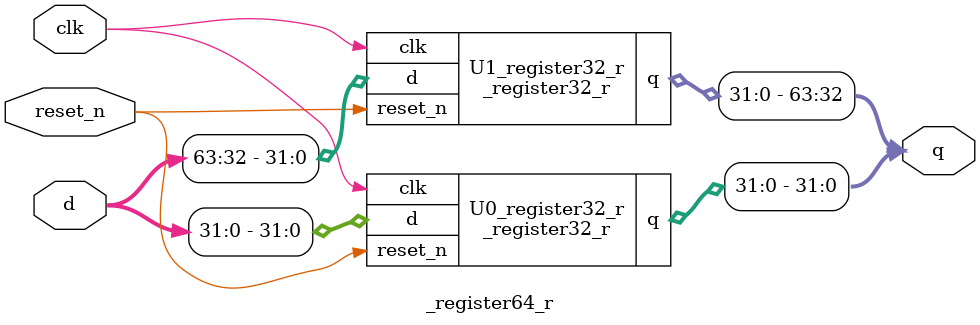
<source format=v>
module _dff_r(clk, reset_n, d, q);
//resettable D flopflop with active low asynchrnous reset
input clk, reset_n, d;
output reg q;

always@(posedge clk or negedge reset_n)
//falling edge clk, risingedge reset_n
begin
if(reset_n==0) q <=1'b0;
else q <= d;
end
endmodule 

module _register2_r(clk, reset_n, d, q);
//state save
input clk, reset_n;
input [1:0] d;
output [1:0] q; //3bit output

_dff_r U0_dff_r(.clk(clk),.reset_n(reset_n), .d(d[0]),.q(q[0]));
_dff_r U1_dff_r(.clk(clk),.reset_n(reset_n), .d(d[1]),.q(q[1]));
//instance of dff_r
endmodule 

module _register6_r(clk, reset_n, d, q);
//state save
input clk, reset_n;
input [5:0] d;
output [5:0] q; //3bit output

_dff_r U0_dff_r(.clk(clk),.reset_n(reset_n), .d(d[0]),.q(q[0]));
_dff_r U1_dff_r(.clk(clk),.reset_n(reset_n), .d(d[1]),.q(q[1]));
_dff_r U2_dff_r(.clk(clk),.reset_n(reset_n), .d(d[2]),.q(q[2]));
_dff_r U3_dff_r(.clk(clk),.reset_n(reset_n), .d(d[3]),.q(q[3]));
_dff_r U4_dff_r(.clk(clk),.reset_n(reset_n), .d(d[4]),.q(q[4]));
_dff_r U5_dff_r(.clk(clk),.reset_n(reset_n), .d(d[5]),.q(q[5]));
//instance of dff_r
endmodule 

module _register8_r(clk, reset_n, d, q);
//state save
input clk, reset_n;
input [7:0] d;
output [7:0] q; //3bit output

_dff_r U0_dff_r(.clk(clk),.reset_n(reset_n), .d(d[0]),.q(q[0]));
_dff_r U1_dff_r(.clk(clk),.reset_n(reset_n), .d(d[1]),.q(q[1]));
_dff_r U2_dff_r(.clk(clk),.reset_n(reset_n), .d(d[2]),.q(q[2]));
_dff_r U3_dff_r(.clk(clk),.reset_n(reset_n), .d(d[3]),.q(q[3]));
_dff_r U4_dff_r(.clk(clk),.reset_n(reset_n), .d(d[4]),.q(q[4]));
_dff_r U5_dff_r(.clk(clk),.reset_n(reset_n), .d(d[5]),.q(q[5]));
_dff_r U6_dff_r(.clk(clk),.reset_n(reset_n), .d(d[6]),.q(q[6]));
_dff_r U7_dff_r(.clk(clk),.reset_n(reset_n), .d(d[7]),.q(q[7]));
//instance of dff_r
endmodule 

module _register32_r(clk, reset_n, d, q);
//state save
input clk, reset_n;
input [31:0] d;
output [31:0] q; //3bit output

_register8_r U0_register8_r(.clk(clk),.reset_n(reset_n), .d(d[7:0]),.q(q[7:0]));
_register8_r U1_register8_r(.clk(clk),.reset_n(reset_n), .d(d[15:8]),.q(q[15:8]));
_register8_r U2_register8_r(.clk(clk),.reset_n(reset_n), .d(d[23:16]),.q(q[23:16]));
_register8_r U3_register8_r(.clk(clk),.reset_n(reset_n), .d(d[31:24]),.q(q[31:24]));
//instance of dff_r
endmodule 

module _register64_r(clk, reset_n, d, q);
//state save
input clk, reset_n;
input [63:0] d;
output [63:0] q; //3bit output

_register32_r U0_register32_r(.clk(clk),.reset_n(reset_n), .d(d[31:0]),.q(q[31:0]));
_register32_r U1_register32_r(.clk(clk),.reset_n(reset_n), .d(d[63:32]),.q(q[63:32]));
//instance of dff_r
endmodule 


</source>
